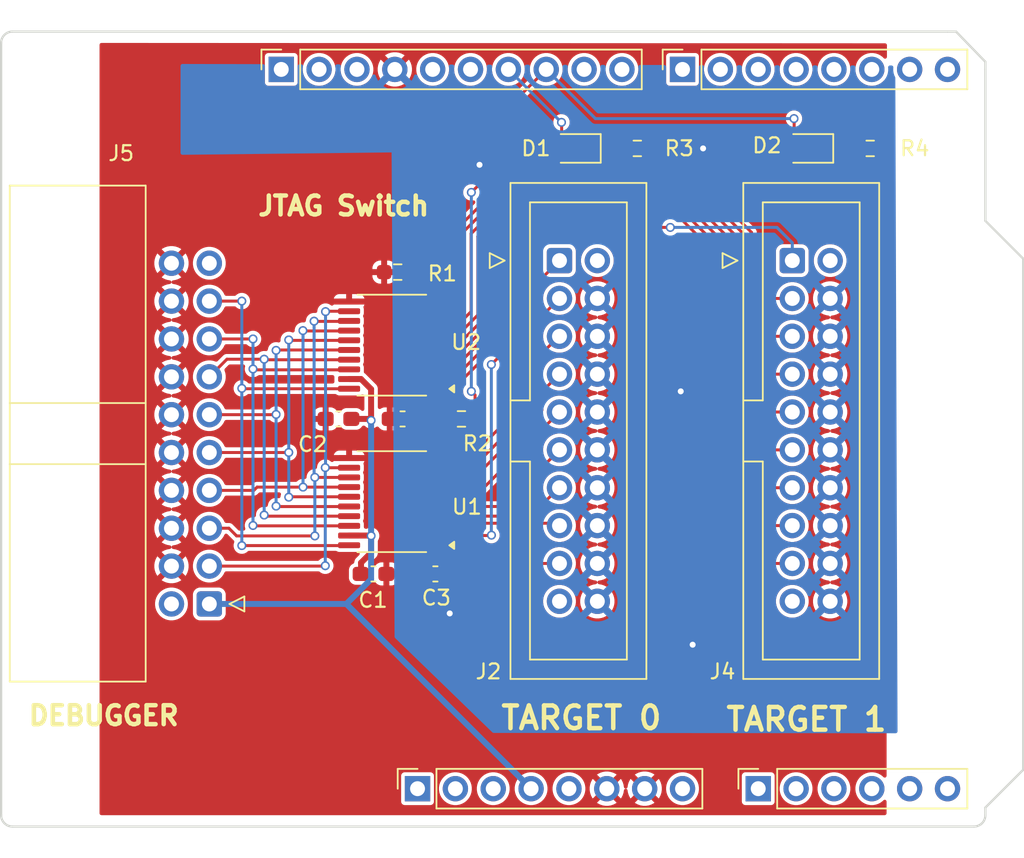
<source format=kicad_pcb>
(kicad_pcb (version 20241229) (generator "pcbnew") (generator_version "9.0")
  (title_block (date "mar. 31 mars 2015") (comment 4 "AISLER Project ID: CPALPPHF"))
  (layers (0 "F.Cu" signal) (2 "B.Cu" signal) (13 "F.Paste" user) (15 "B.Paste" user) (5 "F.SilkS" user "F.Silkscreen") (7 "B.SilkS" user "B.Silkscreen") (1 "F.Mask" user) (3 "B.Mask" user) (25 "Edge.Cuts" user))
  (net 0 "")
  (net 1 "GND")
  (net 2 "Net-(J2-TDO{slash}SWO)")
  (net 3 "+5V")
  (net 4 "/IOREF")
  (net 5 "/A0")
  (net 6 "/A1")
  (net 7 "/A2")
  (net 8 "/A3")
  (net 9 "/SDA{slash}A4")
  (net 10 "/SCL{slash}A5")
  (net 11 "/13")
  (net 12 "/12")
  (net 13 "/AREF")
  (net 14 "/7")
  (net 15 "/*11")
  (net 16 "/*10")
  (net 17 "/4")
  (net 18 "/2")
  (net 19 "/*6")
  (net 20 "/*5")
  (net 21 "/*3")
  (net 22 "+3V3")
  (net 23 "VCC")
  (net 24 "/~{RESET}")
  (net 28 "Net-(J2-TMS{slash}SWDIO)")
  (net 29 "Net-(J2-~{SRST})")
  (net 30 "Net-(J5-TDI)")
  (net 31 "Net-(J5-TCK{slash}SWCLK)")
  (net 32 "Net-(J5-TDO{slash}SWO)")
  (net 33 "Net-(J5-TMS{slash}SWDIO)")
  (net 34 "Net-(J5-~{TRST})")
  (net 35 "Net-(J5-DBGRQ{slash}NC)")
  (net 36 "Net-(J5-RTCK)")
  (net 37 "Net-(J5-~{SRST})")
  (net 38 "Net-(J2-VTREF)")
  (net 39 "Net-(J2-TDI)")
  (net 40 "Net-(J2-DBGRQ{slash}NC)")
  (net 41 "Net-(J2-TCK{slash}SWCLK)")
  (net 42 "Net-(J2-~{TRST})")
  (net 43 "Net-(J2-RTCK)")
  (net 45 "Net-(J4-RTCK)")
  (net 46 "Net-(J4-TDO{slash}SWO)")
  (net 47 "Net-(J4-DBGRQ{slash}NC)")
  (net 48 "Net-(J4-~{SRST})")
  (net 49 "Net-(J4-VTREF)")
  (net 51 "Net-(J4-~{TRST})")
  (net 53 "Net-(J4-TMS{slash}SWDIO)")
  (net 54 "Net-(J4-TCK{slash}SWCLK)")
  (net 55 "Net-(J4-TDI)")
  (net 56 "/A5")
  (net 57 "/A4")
  (net 58 "Net-(D1-K)")
  (net 59 "Net-(D2-K)")
  (net 61 "/RX{slash}0")
  (net 62 "/TX{slash}1")
  (net 63 "/*9")
  (net 64 "/8")
  (footprint "Connector_PinSocket_2.54mm:PinSocket_1x08_P2.54mm_Vertical" (layer "F.Cu") (at 127.94 97.46 90)
    (property "Reference" "J6" (hide yes))
    (property "Value" "Power")
    (pad "1" thru_hole rect (at 0 0 90) (size 1.7 1.7) (drill 1) (layers "*.Cu" "*.Mask"))
    (pad "2" thru_hole circle (at 0 2.54 90) (size 1.7 1.7) (drill 1) (layers "*.Cu" "*.Mask") (net 4 "/IOREF"))
    (pad "3" thru_hole circle (at 0 5.08 90) (size 1.7 1.7) (drill 1) (layers "*.Cu" "*.Mask") (net 24 "/~{RESET}"))
    (pad "4" thru_hole circle (at 0 7.62 90) (size 1.7 1.7) (drill 1) (layers "*.Cu" "*.Mask") (net 22 "+3V3"))
    (pad "5" thru_hole circle (at 0 10.16 90) (size 1.7 1.7) (drill 1) (layers "*.Cu" "*.Mask") (net 3 "+5V"))
    (pad "6" thru_hole circle (at 0 12.7 90) (size 1.7 1.7) (drill 1) (layers "*.Cu" "*.Mask") (net 1 "GND"))
    (pad "7" thru_hole circle (at 0 15.24 90) (size 1.7 1.7) (drill 1) (layers "*.Cu" "*.Mask") (net 1 "GND"))
    (pad "8" thru_hole circle (at 0 17.78 90) (size 1.7 1.7) (drill 1) (layers "*.Cu" "*.Mask") (net 23 "VCC"))
  )
  (footprint "Connector_PinSocket_2.54mm:PinSocket_1x06_P2.54mm_Vertical" (layer "F.Cu") (at 150.8 97.46 90)
    (property "Reference" "J7" (hide yes))
    (property "Value" "Analog")
    (pad "1" thru_hole rect (at 0 0 90) (size 1.7 1.7) (drill 1) (layers "*.Cu" "*.Mask") (net 5 "/A0"))
    (pad "2" thru_hole circle (at 0 2.54 90) (size 1.7 1.7) (drill 1) (layers "*.Cu" "*.Mask") (net 6 "/A1"))
    (pad "3" thru_hole circle (at 0 5.08 90) (size 1.7 1.7) (drill 1) (layers "*.Cu" "*.Mask") (net 7 "/A2"))
    (pad "4" thru_hole circle (at 0 7.62 90) (size 1.7 1.7) (drill 1) (layers "*.Cu" "*.Mask") (net 8 "/A3"))
    (pad "5" thru_hole circle (at 0 10.16 90) (size 1.7 1.7) (drill 1) (layers "*.Cu" "*.Mask") (net 57 "/A4"))
    (pad "6" thru_hole circle (at 0 12.7 90) (size 1.7 1.7) (drill 1) (layers "*.Cu" "*.Mask") (net 56 "/A5"))
  )
  (footprint "Connector_PinSocket_2.54mm:PinSocket_1x10_P2.54mm_Vertical" (layer "F.Cu") (at 118.796 49.2 90)
    (property "Reference" "J1" (hide yes))
    (property "Value" "Digital/PWM")
    (pad "1" thru_hole rect (at 0 0 90) (size 1.7 1.7) (drill 1) (layers "*.Cu" "*.Mask") (net 10 "/SCL{slash}A5"))
    (pad "2" thru_hole circle (at 0 2.54 90) (size 1.7 1.7) (drill 1) (layers "*.Cu" "*.Mask") (net 9 "/SDA{slash}A4"))
    (pad "3" thru_hole circle (at 0 5.08 90) (size 1.7 1.7) (drill 1) (layers "*.Cu" "*.Mask") (net 13 "/AREF"))
    (pad "4" thru_hole circle (at 0 7.62 90) (size 1.7 1.7) (drill 1) (layers "*.Cu" "*.Mask") (net 1 "GND"))
    (pad "5" thru_hole circle (at 0 10.16 90) (size 1.7 1.7) (drill 1) (layers "*.Cu" "*.Mask") (net 11 "/13"))
    (pad "6" thru_hole circle (at 0 12.7 90) (size 1.7 1.7) (drill 1) (layers "*.Cu" "*.Mask") (net 12 "/12"))
    (pad "7" thru_hole circle (at 0 15.24 90) (size 1.7 1.7) (drill 1) (layers "*.Cu" "*.Mask") (net 15 "/*11"))
    (pad "8" thru_hole circle (at 0 17.78 90) (size 1.7 1.7) (drill 1) (layers "*.Cu" "*.Mask") (net 16 "/*10"))
    (pad "9" thru_hole circle (at 0 20.32 90) (size 1.7 1.7) (drill 1) (layers "*.Cu" "*.Mask") (net 63 "/*9"))
    (pad "10" thru_hole circle (at 0 22.86 90) (size 1.7 1.7) (drill 1) (layers "*.Cu" "*.Mask") (net 64 "/8"))
  )
  (footprint "Connector_PinSocket_2.54mm:PinSocket_1x08_P2.54mm_Vertical" (layer "F.Cu") (at 145.72 49.2 90)
    (property "Reference" "J3" (hide yes))
    (property "Value" "Digital/PWM")
    (pad "1" thru_hole rect (at 0 0 90) (size 1.7 1.7) (drill 1) (layers "*.Cu" "*.Mask") (net 14 "/7"))
    (pad "2" thru_hole circle (at 0 2.54 90) (size 1.7 1.7) (drill 1) (layers "*.Cu" "*.Mask") (net 19 "/*6"))
    (pad "3" thru_hole circle (at 0 5.08 90) (size 1.7 1.7) (drill 1) (layers "*.Cu" "*.Mask") (net 20 "/*5"))
    (pad "4" thru_hole circle (at 0 7.62 90) (size 1.7 1.7) (drill 1) (layers "*.Cu" "*.Mask") (net 17 "/4"))
    (pad "5" thru_hole circle (at 0 10.16 90) (size 1.7 1.7) (drill 1) (layers "*.Cu" "*.Mask") (net 21 "/*3"))
    (pad "6" thru_hole circle (at 0 12.7 90) (size 1.7 1.7) (drill 1) (layers "*.Cu" "*.Mask") (net 18 "/2"))
    (pad "7" thru_hole circle (at 0 15.24 90) (size 1.7 1.7) (drill 1) (layers "*.Cu" "*.Mask") (net 62 "/TX{slash}1"))
    (pad "8" thru_hole circle (at 0 17.78 90) (size 1.7 1.7) (drill 1) (layers "*.Cu" "*.Mask") (net 61 "/RX{slash}0"))
  )
  (footprint "LED_SMD:LED_0805_2012Metric" (layer "F.Cu") (at 154.1475 54.5 180)
    (property "Reference" "D2" (at 2.7625 0.2 0) (layer "F.SilkS"))
    (property "Value" "RED")
    (pad "1" smd roundrect (at -0.9375 0 180) (size 0.975 1.4) (layers "F.Cu" "F.Mask" "F.Paste") (net 59 "Net-(D2-K)"))
    (pad "2" smd roundrect (at 0.9375 0 180) (size 0.975 1.4) (layers "F.Cu" "F.Mask" "F.Paste") (net 16 "/*10"))
  )
  (footprint "Capacitor_SMD:C_0603_1608Metric_Pad1.08x0.95mm_HandSolder" (layer "F.Cu") (at 122.6375 72.65)
    (property "Reference" "C2" (at -1.7375 1.7 0) (layer "F.SilkS"))
    (property "Value" "100n")
    (pad "1" smd roundrect (at -0.8625 0) (size 1.075 0.95) (layers "F.Cu" "F.Mask" "F.Paste") (net 1 "GND"))
    (pad "2" smd roundrect (at 0.8625 0) (size 1.075 0.95) (layers "F.Cu" "F.Mask" "F.Paste") (net 22 "+3V3"))
  )
  (footprint "Resistor_SMD:R_0603_1608Metric_Pad0.98x0.95mm_HandSolder" (layer "F.Cu") (at 158.3125 54.5 180)
    (property "Reference" "R4" (at -2.9875 0 180) (layer "F.SilkS"))
    (property "Value" "220R")
    (pad "1" smd roundrect (at -0.9125 0 180) (size 0.975 0.95) (layers "F.Cu" "F.Mask" "F.Paste") (net 1 "GND"))
    (pad "2" smd roundrect (at 0.9125 0 180) (size 0.975 0.95) (layers "F.Cu" "F.Mask" "F.Paste") (net 59 "Net-(D2-K)"))
  )
  (footprint "Resistor_SMD:R_0603_1608Metric_Pad0.98x0.95mm_HandSolder" (layer "F.Cu") (at 126.6125 62.8 180)
    (property "Reference" "R1" (at -2.9875 -0.1 180) (layer "F.SilkS"))
    (property "Value" "10k")
    (pad "1" smd roundrect (at -0.9125 0 180) (size 0.975 0.95) (layers "F.Cu" "F.Mask" "F.Paste") (net 16 "/*10"))
    (pad "2" smd roundrect (at 0.9125 0 180) (size 0.975 0.95) (layers "F.Cu" "F.Mask" "F.Paste") (net 1 "GND"))
  )
  (footprint "Connector_IDC:IDC-Header_2x10_P2.54mm_Horizontal" (layer "F.Cu") (at 113.97 85.0648 180)
    (property "Reference" "J5" (at 5.912 30.236 180) (layer "F.SilkS"))
    (property "Value" "Conn_ARM_JTAG_SWD_20" (hide yes))
    (pad "1" thru_hole roundrect (at 0 0 180) (size 1.7 1.7) (drill 1) (layers "*.Cu" "*.Mask") (roundrect_rratio 0.147059) (net 22 "+3V3"))
    (pad "2" thru_hole circle (at 2.54 0 180) (size 1.7 1.7) (drill 1) (layers "*.Cu" "*.Mask"))
    (pad "3" thru_hole circle (at 0 2.54 180) (size 1.7 1.7) (drill 1) (layers "*.Cu" "*.Mask") (net 34 "Net-(J5-~{TRST})"))
    (pad "4" thru_hole circle (at 2.54 2.54 180) (size 1.7 1.7) (drill 1) (layers "*.Cu" "*.Mask") (net 1 "GND"))
    (pad "5" thru_hole circle (at 0 5.08 180) (size 1.7 1.7) (drill 1) (layers "*.Cu" "*.Mask") (net 30 "Net-(J5-TDI)"))
    (pad "6" thru_hole circle (at 2.54 5.08 180) (size 1.7 1.7) (drill 1) (layers "*.Cu" "*.Mask") (net 1 "GND"))
    (pad "7" thru_hole circle (at 0 7.62 180) (size 1.7 1.7) (drill 1) (layers "*.Cu" "*.Mask") (net 33 "Net-(J5-TMS{slash}SWDIO)"))
    (pad "8" thru_hole circle (at 2.54 7.62 180) (size 1.7 1.7) (drill 1) (layers "*.Cu" "*.Mask") (net 1 "GND"))
    (pad "9" thru_hole circle (at 0 10.16 180) (size 1.7 1.7) (drill 1) (layers "*.Cu" "*.Mask") (net 31 "Net-(J5-TCK{slash}SWCLK)"))
    (pad "10" thru_hole circle (at 2.54 10.16 180) (size 1.7 1.7) (drill 1) (layers "*.Cu" "*.Mask") (net 1 "GND"))
    (pad "11" thru_hole circle (at 0 12.7 180) (size 1.7 1.7) (drill 1) (layers "*.Cu" "*.Mask") (net 36 "Net-(J5-RTCK)"))
    (pad "12" thru_hole circle (at 2.54 12.7 180) (size 1.7 1.7) (drill 1) (layers "*.Cu" "*.Mask") (net 1 "GND"))
    (pad "13" thru_hole circle (at 0 15.24 180) (size 1.7 1.7) (drill 1) (layers "*.Cu" "*.Mask") (net 32 "Net-(J5-TDO{slash}SWO)"))
    (pad "14" thru_hole circle (at 2.54 15.24 180) (size 1.7 1.7) (drill 1) (layers "*.Cu" "*.Mask") (net 1 "GND"))
    (pad "15" thru_hole circle (at 0 17.78 180) (size 1.7 1.7) (drill 1) (layers "*.Cu" "*.Mask") (net 37 "Net-(J5-~{SRST})"))
    (pad "16" thru_hole circle (at 2.54 17.78 180) (size 1.7 1.7) (drill 1) (layers "*.Cu" "*.Mask") (net 1 "GND"))
    (pad "17" thru_hole circle (at 0 20.32 180) (size 1.7 1.7) (drill 1) (layers "*.Cu" "*.Mask") (net 35 "Net-(J5-DBGRQ{slash}NC)"))
    (pad "18" thru_hole circle (at 2.54 20.32 180) (size 1.7 1.7) (drill 1) (layers "*.Cu" "*.Mask") (net 1 "GND"))
    (pad "19" thru_hole circle (at 0 22.86 180) (size 1.7 1.7) (drill 1) (layers "*.Cu" "*.Mask"))
    (pad "20" thru_hole circle (at 2.54 22.86 180) (size 1.7 1.7) (drill 1) (layers "*.Cu" "*.Mask") (net 1 "GND"))
  )
  (footprint "Capacitor_SMD:C_0603_1608Metric_Pad1.08x0.95mm_HandSolder" (layer "F.Cu") (at 124.9875 83.05)
    (property "Reference" "C1" (at -0.0375 1.75 0) (layer "F.SilkS"))
    (property "Value" "100n")
    (pad "1" smd roundrect (at -0.8625 0) (size 1.075 0.95) (layers "F.Cu" "F.Mask" "F.Paste") (net 22 "+3V3"))
    (pad "2" smd roundrect (at 0.8625 0) (size 1.075 0.95) (layers "F.Cu" "F.Mask" "F.Paste") (net 1 "GND"))
  )
  (footprint "Resistor_SMD:R_0603_1608Metric_Pad0.98x0.95mm_HandSolder" (layer "F.Cu") (at 142.6875 54.5 180)
    (property "Reference" "R3" (at -2.8125 0 180) (layer "F.SilkS"))
    (property "Value" "220R")
    (pad "1" smd roundrect (at -0.9125 0 180) (size 0.975 0.95) (layers "F.Cu" "F.Mask" "F.Paste") (net 1 "GND"))
    (pad "2" smd roundrect (at 0.9125 0 180) (size 0.975 0.95) (layers "F.Cu" "F.Mask" "F.Paste") (net 58 "Net-(D1-K)"))
  )
  (footprint "Package_SO:TSSOP-20_4.4x6.5mm_P0.65mm" (layer "F.Cu") (at 126.2125 78.2 180)
    (property "Reference" "U1" (at -5.0375 -0.35 0) (layer "F.SilkS"))
    (property "Value" "TXS0108EPW" (hide yes))
    (pad "1" smd roundrect (at -2.8625 -2.925 180) (size 1.475 0.4) (layers "F.Cu" "F.Mask" "F.Paste") (net 40 "Net-(J2-DBGRQ{slash}NC)"))
    (pad "2" smd roundrect (at -2.8625 -2.275 180) (size 1.475 0.4) (layers "F.Cu" "F.Mask" "F.Paste") (net 38 "Net-(J2-VTREF)"))
    (pad "3" smd roundrect (at -2.8625 -1.625 180) (size 1.475 0.4) (layers "F.Cu" "F.Mask" "F.Paste") (net 29 "Net-(J2-~{SRST})"))
    (pad "4" smd roundrect (at -2.8625 -0.975 180) (size 1.475 0.4) (layers "F.Cu" "F.Mask" "F.Paste") (net 2 "Net-(J2-TDO{slash}SWO)"))
    (pad "5" smd roundrect (at -2.8625 -0.325 180) (size 1.475 0.4) (layers "F.Cu" "F.Mask" "F.Paste") (net 43 "Net-(J2-RTCK)"))
    (pad "6" smd roundrect (at -2.8625 0.325 180) (size 1.475 0.4) (layers "F.Cu" "F.Mask" "F.Paste") (net 41 "Net-(J2-TCK{slash}SWCLK)"))
    (pad "7" smd roundrect (at -2.8625 0.975 180) (size 1.475 0.4) (layers "F.Cu" "F.Mask" "F.Paste") (net 28 "Net-(J2-TMS{slash}SWDIO)"))
    (pad "8" smd roundrect (at -2.8625 1.625 180) (size 1.475 0.4) (layers "F.Cu" "F.Mask" "F.Paste") (net 39 "Net-(J2-TDI)"))
    (pad "9" smd roundrect (at -2.8625 2.275 180) (size 1.475 0.4) (layers "F.Cu" "F.Mask" "F.Paste") (net 42 "Net-(J2-~{TRST})"))
    (pad "10" smd roundrect (at -2.8625 2.925 180) (size 1.475 0.4) (layers "F.Cu" "F.Mask" "F.Paste") (net 15 "/*11"))
    (pad "11" smd roundrect (at 2.8625 2.925 180) (size 1.475 0.4) (layers "F.Cu" "F.Mask" "F.Paste") (net 1 "GND"))
    (pad "12" smd roundrect (at 2.8625 2.275 180) (size 1.475 0.4) (layers "F.Cu" "F.Mask" "F.Paste") (net 34 "Net-(J5-~{TRST})"))
    (pad "13" smd roundrect (at 2.8625 1.625 180) (size 1.475 0.4) (layers "F.Cu" "F.Mask" "F.Paste") (net 30 "Net-(J5-TDI)"))
    (pad "14" smd roundrect (at 2.8625 0.975 180) (size 1.475 0.4) (layers "F.Cu" "F.Mask" "F.Paste") (net 33 "Net-(J5-TMS{slash}SWDIO)"))
    (pad "15" smd roundrect (at 2.8625 0.325 180) (size 1.475 0.4) (layers "F.Cu" "F.Mask" "F.Paste") (net 31 "Net-(J5-TCK{slash}SWCLK)"))
    (pad "16" smd roundrect (at 2.8625 -0.325 180) (size 1.475 0.4) (layers "F.Cu" "F.Mask" "F.Paste") (net 36 "Net-(J5-RTCK)"))
    (pad "17" smd roundrect (at 2.8625 -0.975 180) (size 1.475 0.4) (layers "F.Cu" "F.Mask" "F.Paste") (net 32 "Net-(J5-TDO{slash}SWO)"))
    (pad "18" smd roundrect (at 2.8625 -1.625 180) (size 1.475 0.4) (layers "F.Cu" "F.Mask" "F.Paste") (net 37 "Net-(J5-~{SRST})"))
    (pad "19" smd roundrect (at 2.8625 -2.275 180) (size 1.475 0.4) (layers "F.Cu" "F.Mask" "F.Paste") (net 22 "+3V3"))
    (pad "20" smd roundrect (at 2.8625 -2.925 180) (size 1.475 0.4) (layers "F.Cu" "F.Mask" "F.Paste") (net 35 "Net-(J5-DBGRQ{slash}NC)"))
  )
  (footprint "Capacitor_SMD:C_0603_1608Metric_Pad1.08x0.95mm_HandSolder" (layer "F.Cu") (at 129.1375 83.05)
    (property "Reference" "C3" (at 0.0625 1.6 0) (layer "F.SilkS"))
    (property "Value" "100n")
    (pad "1" smd roundrect (at -0.8625 0) (size 1.075 0.95) (layers "F.Cu" "F.Mask" "F.Paste") (net 38 "Net-(J2-VTREF)"))
    (pad "2" smd roundrect (at 0.8625 0) (size 1.075 0.95) (layers "F.Cu" "F.Mask" "F.Paste") (net 1 "GND"))
  )
  (footprint "Connector_IDC:IDC-Header_2x10_P2.54mm_Vertical" (layer "F.Cu") (at 153.086 62.027)
    (property "Reference" "J4" (at -4.686 27.573 0) (layer "F.SilkS"))
    (property "Value" "Conn_ARM_JTAG_SWD_20" (hide yes))
    (pad "1" thru_hole roundrect (at 0 0) (size 1.7 1.7) (drill 1) (layers "*.Cu" "*.Mask") (roundrect_rratio 0.147059) (net 49 "Net-(J4-VTREF)"))
    (pad "2" thru_hole circle (at 2.54 0) (size 1.7 1.7) (drill 1) (layers "*.Cu" "*.Mask"))
    (pad "3" thru_hole circle (at 0 2.54) (size 1.7 1.7) (drill 1) (layers "*.Cu" "*.Mask") (net 51 "Net-(J4-~{TRST})"))
    (pad "4" thru_hole circle (at 2.54 2.54) (size 1.7 1.7) (drill 1) (layers "*.Cu" "*.Mask") (net 1 "GND"))
    (pad "5" thru_hole circle (at 0 5.08) (size 1.7 1.7) (drill 1) (layers "*.Cu" "*.Mask") (net 55 "Net-(J4-TDI)"))
    (pad "6" thru_hole circle (at 2.54 5.08) (size 1.7 1.7) (drill 1) (layers "*.Cu" "*.Mask") (net 1 "GND"))
    (pad "7" thru_hole circle (at 0 7.62) (size 1.7 1.7) (drill 1) (layers "*.Cu" "*.Mask") (net 53 "Net-(J4-TMS{slash}SWDIO)"))
    (pad "8" thru_hole circle (at 2.54 7.62) (size 1.7 1.7) (drill 1) (layers "*.Cu" "*.Mask") (net 1 "GND"))
    (pad "9" thru_hole circle (at 0 10.16) (size 1.7 1.7) (drill 1) (layers "*.Cu" "*.Mask") (net 54 "Net-(J4-TCK{slash}SWCLK)"))
    (pad "10" thru_hole circle (at 2.54 10.16) (size 1.7 1.7) (drill 1) (layers "*.Cu" "*.Mask") (net 1 "GND"))
    (pad "11" thru_hole circle (at 0 12.7) (size 1.7 1.7) (drill 1) (layers "*.Cu" "*.Mask") (net 45 "Net-(J4-RTCK)"))
    (pad "12" thru_hole circle (at 2.54 12.7) (size 1.7 1.7) (drill 1) (layers "*.Cu" "*.Mask") (net 1 "GND"))
    (pad "13" thru_hole circle (at 0 15.24) (size 1.7 1.7) (drill 1) (layers "*.Cu" "*.Mask") (net 46 "Net-(J4-TDO{slash}SWO)"))
    (pad "14" thru_hole circle (at 2.54 15.24) (size 1.7 1.7) (drill 1) (layers "*.Cu" "*.Mask") (net 1 "GND"))
    (pad "15" thru_hole circle (at 0 17.78) (size 1.7 1.7) (drill 1) (layers "*.Cu" "*.Mask") (net 48 "Net-(J4-~{SRST})"))
    (pad "16" thru_hole circle (at 2.54 17.78) (size 1.7 1.7) (drill 1) (layers "*.Cu" "*.Mask") (net 1 "GND"))
    (pad "17" thru_hole circle (at 0 20.32) (size 1.7 1.7) (drill 1) (layers "*.Cu" "*.Mask") (net 47 "Net-(J4-DBGRQ{slash}NC)"))
    (pad "18" thru_hole circle (at 2.54 20.32) (size 1.7 1.7) (drill 1) (layers "*.Cu" "*.Mask") (net 1 "GND"))
    (pad "19" thru_hole circle (at 0 22.86) (size 1.7 1.7) (drill 1) (layers "*.Cu" "*.Mask"))
    (pad "20" thru_hole circle (at 2.54 22.86) (size 1.7 1.7) (drill 1) (layers "*.Cu" "*.Mask") (net 1 "GND"))
  )
  (footprint "Capacitor_SMD:C_0603_1608Metric_Pad1.08x0.95mm_HandSolder" (layer "F.Cu") (at 126.9375 72.65)
    (property "Reference" "C4" (hide yes))
    (property "Value" "100n")
    (pad "1" smd roundrect (at -0.8625 0) (size 1.075 0.95) (layers "F.Cu" "F.Mask" "F.Paste") (net 1 "GND"))
    (pad "2" smd roundrect (at 0.8625 0) (size 1.075 0.95) (layers "F.Cu" "F.Mask" "F.Paste") (net 49 "Net-(J4-VTREF)"))
  )
  (footprint "LED_SMD:LED_0805_2012Metric" (layer "F.Cu") (at 138.5475 54.5 180)
    (property "Reference" "D1" (at 2.6625 0 0) (layer "F.SilkS"))
    (property "Value" "RED")
    (pad "1" smd roundrect (at -0.9375 0 180) (size 0.975 1.4) (layers "F.Cu" "F.Mask" "F.Paste") (net 58 "Net-(D1-K)"))
    (pad "2" smd roundrect (at 0.9375 0 180) (size 0.975 1.4) (layers "F.Cu" "F.Mask" "F.Paste") (net 15 "/*11"))
  )
  (footprint "Package_SO:TSSOP-20_4.4x6.5mm_P0.65mm" (layer "F.Cu") (at 126.2125 67.7 180)
    (property "Reference" "U2" (at -4.9875 0.2 0) (layer "F.SilkS"))
    (property "Value" "TXS0108EPW" (hide yes))
    (pad "1" smd roundrect (at -2.8625 -2.925 180) (size 1.475 0.4) (layers "F.Cu" "F.Mask" "F.Paste") (net 47 "Net-(J4-DBGRQ{slash}NC)"))
    (pad "2" smd roundrect (at -2.8625 -2.275 180) (size 1.475 0.4) (layers "F.Cu" "F.Mask" "F.Paste") (net 49 "Net-(J4-VTREF)"))
    (pad "3" smd roundrect (at -2.8625 -1.625 180) (size 1.475 0.4) (layers "F.Cu" "F.Mask" "F.Paste") (net 48 "Net-(J4-~{SRST})"))
    (pad "4" smd roundrect (at -2.8625 -0.975 180) (size 1.475 0.4) (layers "F.Cu" "F.Mask" "F.Paste") (net 46 "Net-(J4-TDO{slash}SWO)"))
    (pad "5" smd roundrect (at -2.8625 -0.325 180) (size 1.475 0.4) (layers "F.Cu" "F.Mask" "F.Paste") (net 45 "Net-(J4-RTCK)"))
    (pad "6" smd roundrect (at -2.8625 0.325 180) (size 1.475 0.4) (layers "F.Cu" "F.Mask" "F.Paste") (net 54 "Net-(J4-TCK{slash}SWCLK)"))
    (pad "7" smd roundrect (at -2.8625 0.975 180) (size 1.475 0.4) (layers "F.Cu" "F.Mask" "F.Paste") (net 53 "Net-(J4-TMS{slash}SWDIO)"))
    (pad "8" smd roundrect (at -2.8625 1.625 180) (size 1.475 0.4) (layers "F.Cu" "F.Mask" "F.Paste") (net 55 "Net-(J4-TDI)"))
    (pad "9" smd roundrect (at -2.8625 2.275 180) (size 1.475 0.4) (layers "F.Cu" "F.Mask" "F.Paste") (net 51 "Net-(J4-~{TRST})"))
    (pad "10" smd roundrect (at -2.8625 2.925 180) (size 1.475 0.4) (layers "F.Cu" "F.Mask" "F.Paste") (net 16 "/*10"))
    (pad "11" smd roundrect (at 2.8625 2.925 180) (size 1.475 0.4) (layers "F.Cu" "F.Mask" "F.Paste") (net 1 "GND"))
    (pad "12" smd roundrect (at 2.8625 2.275 180) (size 1.475 0.4) (layers "F.Cu" "F.Mask" "F.Paste") (net 34 "Net-(J5-~{TRST})"))
    (pad "13" smd roundrect (at 2.8625 1.625 180) (size 1.475 0.4) (layers "F.Cu" "F.Mask" "F.Paste") (net 30 "Net-(J5-TDI)"))
    (pad "14" smd roundrect (at 2.8625 0.975 180) (size 1.475 0.4) (layers "F.Cu" "F.Mask" "F.Paste") (net 33 "Net-(J5-TMS{slash}SWDIO)"))
    (pad "15" smd roundrect (at 2.8625 0.325 180) (size 1.475 0.4) (layers "F.Cu" "F.Mask" "F.Paste") (net 31 "Net-(J5-TCK{slash}SWCLK)"))
    (pad "16" smd roundrect (at 2.8625 -0.325 180) (size 1.475 0.4) (layers "F.Cu" "F.Mask" "F.Paste") (net 36 "Net-(J5-RTCK)"))
    (pad "17" smd roundrect (at 2.8625 -0.975 180) (size 1.475 0.4) (layers "F.Cu" "F.Mask" "F.Paste") (net 32 "Net-(J5-TDO{slash}SWO)"))
    (pad "18" smd roundrect (at 2.8625 -1.625 180) (size 1.475 0.4) (layers "F.Cu" "F.Mask" "F.Paste") (net 37 "Net-(J5-~{SRST})"))
    (pad "19" smd roundrect (at 2.8625 -2.275 180) (size 1.475 0.4) (layers "F.Cu" "F.Mask" "F.Paste") (net 22 "+3V3"))
    (pad "20" smd roundrect (at 2.8625 -2.925 180) (size 1.475 0.4) (layers "F.Cu" "F.Mask" "F.Paste") (net 35 "Net-(J5-DBGRQ{slash}NC)"))
  )
  (footprint "Resistor_SMD:R_0603_1608Metric_Pad0.98x0.95mm_HandSolder" (layer "F.Cu") (at 130.8875 72.65 180)
    (property "Reference" "R2" (at -1.0625 -1.65 0) (layer "F.SilkS"))
    (property "Value" "10k")
    (pad "1" smd roundrect (at -0.9125 0 180) (size 0.975 0.95) (layers "F.Cu" "F.Mask" "F.Paste") (net 15 "/*11"))
    (pad "2" smd roundrect (at 0.9125 0 180) (size 0.975 0.95) (layers "F.Cu" "F.Mask" "F.Paste") (net 1 "GND"))
  )
  (footprint "Connector_IDC:IDC-Header_2x10_P2.54mm_Vertical" (layer "F.Cu") (at 137.465 62.027)
    (property "Reference" "J2" (at -4.765 27.573 0) (layer "F.SilkS"))
    (property "Value" "Conn_ARM_JTAG_SWD_20" (hide yes))
    (pad "1" thru_hole roundrect (at 0 0) (size 1.7 1.7) (drill 1) (layers "*.Cu" "*.Mask") (roundrect_rratio 0.147059) (net 38 "Net-(J2-VTREF)"))
    (pad "2" thru_hole circle (at 2.54 0) (size 1.7 1.7) (drill 1) (layers "*.Cu" "*.Mask"))
    (pad "3" thru_hole circle (at 0 2.54) (size 1.7 1.7) (drill 1) (layers "*.Cu" "*.Mask") (net 42 "Net-(J2-~{TRST})"))
    (pad "4" thru_hole circle (at 2.54 2.54) (size 1.7 1.7) (drill 1) (layers "*.Cu" "*.Mask") (net 1 "GND"))
    (pad "5" thru_hole circle (at 0 5.08) (size 1.7 1.7) (drill 1) (layers "*.Cu" "*.Mask") (net 39 "Net-(J2-TDI)"))
    (pad "6" thru_hole circle (at 2.54 5.08) (size 1.7 1.7) (drill 1) (layers "*.Cu" "*.Mask") (net 1 "GND"))
    (pad "7" thru_hole circle (at 0 7.62) (size 1.7 1.7) (drill 1) (layers "*.Cu" "*.Mask") (net 28 "Net-(J2-TMS{slash}SWDIO)"))
    (pad "8" thru_hole circle (at 2.54 7.62) (size 1.7 1.7) (drill 1) (layers "*.Cu" "*.Mask") (net 1 "GND"))
    (pad "9" thru_hole circle (at 0 10.16) (size 1.7 1.7) (drill 1) (layers "*.Cu" "*.Mask") (net 41 "Net-(J2-TCK{slash}SWCLK)"))
    (pad "10" thru_hole circle (at 2.54 10.16) (size 1.7 1.7) (drill 1) (layers "*.Cu" "*.Mask") (net 1 "GND"))
    (pad "11" thru_hole circle (at 0 12.7) (size 1.7 1.7) (drill 1) (layers "*.Cu" "*.Mask") (net 43 "Net-(J2-RTCK)"))
    (pad "12" thru_hole circle (at 2.54 12.7) (size 1.7 1.7) (drill 1) (layers "*.Cu" "*.Mask") (net 1 "GND"))
    (pad "13" thru_hole circle (at 0 15.24) (size 1.7 1.7) (drill 1) (layers "*.Cu" "*.Mask") (net 2 "Net-(J2-TDO{slash}SWO)"))
    (pad "14" thru_hole circle (at 2.54 15.24) (size 1.7 1.7) (drill 1) (layers "*.Cu" "*.Mask") (net 1 "GND"))
    (pad "15" thru_hole circle (at 0 17.78) (size 1.7 1.7) (drill 1) (layers "*.Cu" "*.Mask") (net 29 "Net-(J2-~{SRST})"))
    (pad "16" thru_hole circle (at 2.54 17.78) (size 1.7 1.7) (drill 1) (layers "*.Cu" "*.Mask") (net 1 "GND"))
    (pad "17" thru_hole circle (at 0 20.32) (size 1.7 1.7) (drill 1) (layers "*.Cu" "*.Mask") (net 40 "Net-(J2-DBGRQ{slash}NC)"))
    (pad "18" thru_hole circle (at 2.54 20.32) (size 1.7 1.7) (drill 1) (layers "*.Cu" "*.Mask") (net 1 "GND"))
    (pad "19" thru_hole circle (at 0 22.86) (size 1.7 1.7) (drill 1) (layers "*.Cu" "*.Mask"))
    (pad "20" thru_hole circle (at 2.54 22.86) (size 1.7 1.7) (drill 1) (layers "*.Cu" "*.Mask") (net 1 "GND"))
  )
  (gr_line (start 166.04 59.36) (end 168.58 61.9) (stroke (width 0.15)) (layer "Edge.Cuts"))
  (gr_line (start 100 99.238) (end 100 47.422) (stroke (width 0.15)) (layer "Edge.Cuts"))
  (gr_line (start 168.58 61.9) (end 168.58 96.19) (stroke (width 0.15)) (layer "Edge.Cuts"))
  (gr_line (start 165.278 100) (end 100.762 100) (stroke (width 0.15)) (layer "Edge.Cuts"))
  (gr_line (start 100.762 46.66) (end 163.5 46.66) (stroke (width 0.15)) (layer "Edge.Cuts"))
  (gr_arc (start 100.762 100) (mid 100.223185 99.776815) (end 100 99.238) (stroke (width 0.15)) (layer "Edge.Cuts"))
  (gr_line (start 164.07 46.66) (end 166.04 48.69) (stroke (width 0.15)) (layer "Edge.Cuts"))
  (gr_line (start 168.58 96.19) (end 166.04 98.73) (stroke (width 0.15)) (layer "Edge.Cuts"))
  (gr_line (start 163.5 46.66) (end 164.07 46.66) (stroke (width 0.15)) (layer "Edge.Cuts"))
  (gr_arc (start 166.04 99.238) (mid 165.816815 99.776815) (end 165.278 100) (stroke (width 0.15)) (layer "Edge.Cuts"))
  (gr_line (start 166.04 49.2) (end 166.04 59.36) (stroke (width 0.15)) (layer "Edge.Cuts"))
  (gr_line (start 166.04 98.73) (end 166.04 99.238) (stroke (width 0.15)) (layer "Edge.Cuts"))
  (gr_line (start 166.04 48.69) (end 166.04 49.2) (stroke (width 0.15)) (layer "Edge.Cuts"))
  (gr_arc (start 100 47.422) (mid 100.223185 46.883185) (end 100.762 46.66) (stroke (width 0.15)) (layer "Edge.Cuts"))
  (gr_text "DEBUGGER" (at 101.7 93.3 0) (layer "F.SilkS") (effects (font (size 1.27 1.27) (thickness 0.3) (bold yes)) (justify left bottom)))
  (gr_text "TARGET 0" (at 133.4 93.6 0) (layer "F.SilkS") (effects (font (size 1.524 1.524) (thickness 0.3) (bold yes)) (justify left bottom)))
  (gr_text "JTAG Switch" (at 117.1 59.1 0) (layer "F.SilkS") (effects (font (size 1.27 1.27) (thickness 0.3) (bold yes)) (justify left bottom)))
  (gr_text "TARGET 1" (at 148.5 93.7 0) (layer "F.SilkS") (effects (font (size 1.524 1.524) (thickness 0.3) (bold yes)) (justify left bottom)))
  (via (at 145.6 70.8) (size 0.6) (drill 0.4) (layers "F.Cu" "B.Cu") (net 1))
  (via (at 130.1 85.7) (size 0.6) (drill 0.4) (layers "F.Cu" "B.Cu") (net 1))
  (via (at 146.4 87.8) (size 0.6) (drill 0.4) (layers "F.Cu" "B.Cu") (net 1))
  (via (at 147.1 54.5) (size 0.6) (drill 0.4) (layers "F.Cu" "B.Cu") (net 1))
  (via (at 132.1 55.6) (size 0.6) (drill 0.4) (layers "F.Cu" "B.Cu") (net 1))
  (segment (start 129.075 79.175) (end 135.525 79.175) (width 0.2) (layer "F.Cu") (net 2))
  (segment (start 135.525 79.175) (end 137.433 77.267) (width 0.2) (layer "F.Cu") (net 2))
  (segment (start 131.8 73.9) (end 131.8 72.65) (width 0.2) (layer "F.Cu") (net 15))
  (segment (start 131.8 71.05) (end 131.55 70.8) (width 0.2) (layer "F.Cu") (net 15))
  (segment (start 131.55 57.45) (end 134.5 54.5) (width 0.2) (layer "F.Cu") (net 15))
  (segment (start 137.61 54.5) (end 137.61 52.76) (width 0.2) (layer "F.Cu") (net 15))
  (segment (start 130.425 75.275) (end 131.8 73.9) (width 0.2) (layer "F.Cu") (net 15))
  (segment (start 134.5 54.5) (end 137.61 54.5) (width 0.2) (layer "F.Cu") (net 15))
  (segment (start 129.075 75.275) (end 130.425 75.275) (width 0.2) (layer "F.Cu") (net 15))
  (segment (start 137.61 52.76) (end 137.6 52.75) (width 0.2) (layer "F.Cu") (net 15))
  (segment (start 131.8 72.65) (end 131.8 71.05) (width 0.2) (layer "F.Cu") (net 15))
  (via (at 131.55 57.45) (size 0.6) (drill 0.4) (layers "F.Cu" "B.Cu") (net 15))
  (via (at 137.6 52.75) (size 0.6) (drill 0.4) (layers "F.Cu" "B.Cu") (net 15))
  (via (at 131.55 70.8) (size 0.6) (drill 0.4) (layers "F.Cu" "B.Cu") (net 15))
  (segment (start 137.586 52.75) (end 134.036 49.2) (width 0.2) (layer "B.Cu") (net 15))
  (segment (start 131.55 70.8) (end 131.55 57.45) (width 0.2) (layer "B.Cu") (net 15))
  (segment (start 137.6 52.75) (end 137.586 52.75) (width 0.2) (layer "B.Cu") (net 15))
  (segment (start 128.975 62.8) (end 129.075 62.9) (width 0.2) (layer "F.Cu") (net 16))
  (segment (start 153.21 54.5) (end 153.21 52.51) (width 0.2) (layer "F.Cu") (net 16))
  (segment (start 153.21 52.51) (end 153.2 52.5) (width 0.2) (layer "F.Cu") (net 16))
  (segment (start 127.525 62.8) (end 128.975 62.8) (width 0.2) (layer "F.Cu") (net 16))
  (segment (start 129.075 56.701) (end 136.576 49.2) (width 0.2) (layer "F.Cu") (net 16))
  (segment (start 129.075 64.8) (end 129.075 62.9) (width 0.2) (layer "F.Cu") (net 16))
  (segment (start 129.075 62.9) (end 129.075 56.701) (width 0.2) (layer "F.Cu") (net 16))
  (via (at 153.2 52.5) (size 0.6) (drill 0.4) (layers "F.Cu" "B.Cu") (net 16))
  (segment (start 153.2 52.5) (end 139.876 52.5) (width 0.2) (layer "B.Cu") (net 16))
  (segment (start 139.876 52.5) (end 136.576 49.2) (width 0.2) (layer "B.Cu") (net 16))
  (segment (start 124.825 70.651208) (end 124.825 72.75) (width 0.4) (layer "F.Cu") (net 22))
  (segment (start 124.148792 69.975) (end 124.825 70.651208) (width 0.4) (layer "F.Cu") (net 22))
  (segment (start 124.825 81.625) (end 124.825 80.493) (width 0.4) (layer "F.Cu") (net 22))
  (segment (start 124.807 80.475) (end 124.825 80.493) (width 0.4) (layer "F.Cu") (net 22))
  (segment (start 123.35 80.475) (end 124.807 80.475) (width 0.4) (layer "F.Cu") (net 22))
  (segment (start 124.725 72.65) (end 124.825 72.75) (width 0.4) (layer "F.Cu") (net 22))
  (segment (start 124.15 82.3) (end 124.825 81.625) (width 0.4) (layer "F.Cu") (net 22))
  (segment (start 124.15 83.025) (end 124.15 82.3) (width 0.4) (layer "F.Cu") (net 22))
  (segment (start 123.35 69.975) (end 124.148792 69.975) (width 0.4) (layer "F.Cu") (net 22))
  (segment (start 123.5 72.65) (end 124.725 72.65) (width 0.4) (layer "F.Cu") (net 22))
  (via (at 124.825 72.75) (size 0.6) (drill 0.4) (layers "F.Cu" "B.Cu") (net 22))
  (via (at 124.825 80.493) (size 0.6) (drill 0.4) (layers "F.Cu" "B.Cu") (net 22))
  (segment (start 124.825 72.75) (end 124.825 80.493) (width 0.4) (layer "B.Cu") (net 22))
  (segment (start 113.97 85.0648) (end 123.1648 85.0648) (width 0.4) (layer "B.Cu") (net 22))
  (segment (start 124.825 83.4046) (end 123.1648 85.0648) (width 0.4) (layer "B.Cu") (net 22))
  (segment (start 123.1648 85.0648) (end 135.56 97.46) (width 0.4) (layer "B.Cu") (net 22))
  (segment (start 124.825 80.493) (end 124.825 83.4046) (width 0.4) (layer "B.Cu") (net 22))
  (segment (start 131.109572 77.225) (end 136.289 72.045572) (width 0.2) (layer "F.Cu") (net 28))
  (segment (start 136.289 72.045572) (end 136.289 70.823) (width 0.2) (layer "F.Cu") (net 28))
  (segment (start 129.075 77.225) (end 131.109572 77.225) (width 0.2) (layer "F.Cu") (net 28))
  (segment (start 136.289 70.823) (end 137.465 69.647) (width 0.2) (layer "F.Cu") (net 28))
  (segment (start 132.225 79.825) (end 132.4 79.65) (width 0.2) (layer "F.Cu") (net 29))
  (segment (start 132.4 79.65) (end 137.308 79.65) (width 0.2) (layer "F.Cu") (net 29))
  (segment (start 129.075 79.825) (end 132.225 79.825) (width 0.2) (layer "F.Cu") (net 29))
  (segment (start 123.319 66.106) (end 121.015 66.106) (width 0.2) (layer "F.Cu") (net 30))
  (segment (start 121.05 80.5) (end 115.8 80.5) (width 0.2) (layer "F.Cu") (net 30))
  (segment (start 115.8 80.5) (end 115.2848 79.9848) (width 0.2) (layer "F.Cu") (net 30))
  (segment (start 121.057 76.575) (end 121.05 76.568) (width 0.2) (layer "F.Cu") (net 30))
  (segment (start 123.35 76.575) (end 121.057 76.575) (width 0.2) (layer "F.Cu") (net 30))
  (segment (start 121.015 66.106) (end 121 66.091) (width 0.2) (layer "F.Cu") (net 30))
  (segment (start 115.2848 79.9848) (end 113.97 79.9848) (width 0.2) (layer "F.Cu") (net 30))
  (via (at 121.05 80.5) (size 0.6) (drill 0.4) (layers "F.Cu" "B.Cu") (net 30))
  (via (at 121.05 76.568) (size 0.6) (drill 0.4) (layers "F.Cu" "B.Cu") (net 30))
  (via (at 121 66.091) (size 0.6) (drill 0.4) (layers "F.Cu" "B.Cu") (net 30))
  (segment (start 121 76.518) (end 121 66.091) (width 0.2) (layer "B.Cu") (net 30))
  (segment (start 121.05 80.5) (end 121.05 76.568) (width 0.2) (layer "B.Cu") (net 30))
  (segment (start 121.05 76.568) (end 121 76.518) (width 0.2) (layer "B.Cu") (net 30))
  (segment (start 119.331 67.381) (end 119.3 67.35) (width 0.2) (layer "F.Cu") (net 31))
  (segment (start 123.344 67.381) (end 119.331 67.381) (width 0.2) (layer "F.Cu") (net 31))
  (segment (start 119.3 77.9) (end 119.325 77.875) (width 0.2) (layer "F.Cu") (net 31))
  (segment (start 119.2952 74.9048) (end 119.3 74.9) (width 0.2) (layer "F.Cu") (net 31))
  (segment (start 113.97 74.9048) (end 119.2952 74.9048) (width 0.2) (layer "F.Cu") (net 31))
  (segment (start 119.325 77.875) (end 123.35 77.875) (width 0.2) (layer "F.Cu") (net 31))
  (via (at 119.3 74.9) (size 0.6) (drill 0.4) (layers "F.Cu" "B.Cu") (net 31))
  (via (at 119.3 67.35) (size 0.6) (drill 0.4) (layers "F.Cu" "B.Cu") (net 31))
  (via (at 119.3 77.9) (size 0.6) (drill 0.4) (layers "F.Cu" "B.Cu") (net 31))
  (segment (start 119.3 67.3) (end 119.3 77.703009) (width 0.2) (layer "B.Cu") (net 31))
  (segment (start 117.7248 79.175) (end 117.65 79.1002) (width 0.2) (layer "F.Cu") (net 32))
  (segment (start 117.65 68.644) (end 115.1508 68.644) (width 0.2) (layer "F.Cu") (net 32))
  (segment (start 123.344 68.681) (end 117.687 68.681) (width 0.2) (layer "F.Cu") (net 32))
  (segment (start 117.687 68.681) (end 117.65 68.644) (width 0.2) (layer "F.Cu") (net 32))
  (segment (start 123.35 68.675) (end 123.344 68.681) (width 0.2) (layer "F.Cu") (net 32))
  (segment (start 123.35 79.175) (end 117.7248 79.175) (width 0.2) (layer "F.Cu") (net 32))
  (segment (start 115.1508 68.644) (end 113.97 69.8248) (width 0.2) (layer "F.Cu") (net 32))
  (via (at 117.65 79.1002) (size 0.6) (drill 0.4) (layers "F.Cu" "B.Cu") (net 32))
  (via (at 117.65 68.644) (size 0.6) (drill 0.4) (layers "F.Cu" "B.Cu") (net 32))
  (segment (start 117.65 79.1002) (end 117.65 68.644) (width 0.2) (layer "B.Cu") (net 32))
  (segment (start 120.272 66.747) (end 120.25 66.725) (width 0.2) (layer "F.Cu") (net 33))
  (segment (start 116.9552 77.4448) (end 113.97 77.4448) (width 0.2) (layer "F.Cu") (net 33))
  (segment (start 120.257 77.225) (end 117.175 77.225) (width 0.2) (layer "F.Cu") (net 33))
  (segment (start 117.175 77.225) (end 116.9552 77.4448) (width 0.2) (layer "F.Cu") (net 33))
  (segment (start 120.257 66.725) (end 120.282 66.75) (width 0.2) (layer "F.Cu") (net 33))
  (segment (start 123.328 66.747) (end 120.272 66.747) (width 0.2) (layer "F.Cu") (net 33))
  (segment (start 123.35 77.225) (end 120.257 77.225) (width 0.2) (layer "F.Cu") (net 33))
  (via (at 120.25 66.725) (size 0.6) (drill 0.4) (layers "F.Cu" "B.Cu") (net 33))
  (via (at 120.257 77.225) (size 0.6) (drill 0.4) (layers "F.Cu" "B.Cu") (net 33))
  (segment (start 120.257 66.732) (end 120.25 66.725) (width 0.2) (layer "B.Cu") (net 33))
  (segment (start 120.257 77.225) (end 120.257 66.732) (width 0.2) (layer "B.Cu") (net 33))
  (segment (start 121.7252 82.5248) (end 121.75 82.5) (width 0.2) (layer "F.Cu") (net 34))
  (segment (start 123.35 65.425) (end 121.7928 65.425) (width 0.2) (layer "F.Cu") (net 34))
  (segment (start 121.757 75.925) (end 121.75 75.918) (width 0.2) (layer "F.Cu") (net 34))
  (segment (start 123.35 75.925) (end 121.757 75.925) (width 0.2) (layer "F.Cu") (net 34))
  (segment (start 121.7928 65.425) (end 121.7678 65.45) (width 0.2) (layer "F.Cu") (net 34))
  (segment (start 113.97 82.5248) (end 121.7252 82.5248) (width 0.2) (layer "F.Cu") (net 34))
  (via (at 121.75 82.5) (size 0.6) (drill 0.4) (layers "F.Cu" "B.Cu") (net 34))
  (via (at 121.7678 65.45) (size 0.6) (drill 0.4) (layers "F.Cu" "B.Cu") (net 34))
  (via (at 121.75 75.918) (size 0.6) (drill 0.4) (layers "F.Cu" "B.Cu") (net 34))
  (segment (start 121.75 75.918) (end 121.75 82.5) (width 0.2) (layer "B.Cu") (net 34))
  (segment (start 121.75 75.7678) (end 121.7678 75.75) (width 0.2) (layer "B.Cu") (net 34))
  (segment (start 121.75 75.918) (end 121.75 75.7678) (width 0.2) (layer "B.Cu") (net 34))
  (segment (start 121.7678 75.75) (end 121.7678 65.45) (width 0.2) (layer "B.Cu") (net 34))
  (segment (start 123.325 81.15) (end 116.15 81.15) (width 0.2) (layer "F.Cu") (net 35))
  (segment (start 116.15 64.7448) (end 113.97 64.7448) (width 0.2) (layer "F.Cu") (net 35))
  (segment (start 116.175 70.625) (end 116.15 70.6) (width 0.2) (layer "F.Cu") (net 35))
  (segment (start 123.35 70.625) (end 116.175 70.625) (width 0.2) (layer "F.Cu") (net 35))
  (via (at 116.15 70.6) (size 0.6) (drill 0.4) (layers "F.Cu" "B.Cu") (net 35))
  (via (at 116.15 64.7448) (size 0.6) (drill 0.4) (layers "F.Cu" "B.Cu") (net 35))
  (via (at 116.15 81.15) (size 0.6) (drill 0.4) (layers "F.Cu" "B.Cu") (net 35))
  (segment (start 116.15 64.7448) (end 116.15 70.6) (width 0.2) (layer "B.Cu") (net 35))
  (segment (start 116.15 81.15) (end 116.15 70.6) (width 0.2) (layer "B.Cu") (net 35))
  (segment (start 118.475 68.025) (end 118.45 68.05) (width 0.2) (layer "F.Cu") (net 36))
  (segment (start 113.97 72.3648) (end 118.3852 72.3648) (width 0.2) (layer "F.Cu") (net 36))
  (segment (start 123.35 68.025) (end 118.475 68.025) (width 0.2) (layer "F.Cu") (net 36))
  (segment (start 118.3852 72.3648) (end 118.4 72.35) (width 0.2) (layer "F.Cu") (net 36))
  (segment (start 118.481 78.531) (end 118.45 78.5) (width 0.2) (layer "F.Cu") (net 36))
  (segment (start 123.344 78.531) (end 118.481 78.531) (width 0.2) (layer "F.Cu") (net 36))
  (via (at 118.45 68.05) (size 0.6) (drill 0.4) (layers "F.Cu" "B.Cu") (net 36))
  (via (at 118.45 72.35) (size 0.6) (drill 0.4) (layers "F.Cu" "B.Cu") (net 36))
  (via (at 118.45 78.5) (size 0.6) (drill 0.4) (layers "F.Cu" "B.Cu") (net 36))
  (segment (start 118.45 78.5) (end 118.45 68.05) (width 0.2) (layer "B.Cu") (net 36))
  (segment (start 116.9 67.2848) (end 113.97 67.2848) (width 0.2) (layer "F.Cu") (net 37))
  (segment (start 116.956 69.356) (end 116.9 69.3) (width 0.2) (layer "F.Cu") (net 37))
  (segment (start 123.35 79.825) (end 116.925 79.825) (width 0.2) (layer "F.Cu") (net 37))
  (segment (start 123.319 69.356) (end 116.956 69.356) (width 0.2) (layer "F.Cu") (net 37))
  (segment (start 116.925 79.825) (end 116.9 79.8) (width 0.2) (layer "F.Cu") (net 37))
  (via (at 116.9 79.8) (size 0.6) (drill 0.4) (layers "F.Cu" "B.Cu") (net 37))
  (via (at 116.9 69.3) (size 0.6) (drill 0.4) (layers "F.Cu" "B.Cu") (net 37))
  (via (at 116.9 67.2848) (size 0.6) (drill 0.4) (layers "F.Cu" "B.Cu") (net 37))
  (segment (start 116.9 67.2848) (end 116.9 69.3) (width 0.2) (layer "B.Cu") (net 37))
  (segment (start 116.9 79.8) (end 116.9 69.3) (width 0.2) (layer "B.Cu") (net 37))
  (segment (start 127.75 82.525) (end 128.275 83.05) (width 0.4) (layer "F.Cu") (net 38))
  (segment (start 134.801 64.691) (end 137.465 62.027) (width 0.2) (layer "F.Cu") (net 38))
  (segment (start 128.075 80.475) (end 127.75 80.8) (width 0.4) (layer "F.Cu") (net 38))
  (segment (start 134.801 67.092) (end 134.801 64.691) (width 0.2) (layer "F.Cu") (net 38))
  (segment (start 129.075 80.475) (end 132.875 80.475) (width 0.2) (layer "F.Cu") (net 38))
  (segment (start 129.075 80.475) (end 128.075 80.475) (width 0.4) (layer "F.Cu") (net 38))
  (segment (start 127.75 80.8) (end 127.75 82.525) (width 0.4) (layer "F.Cu") (net 38))
  (segment (start 132.875 80.475) (end 132.9 80.45) (width 0.2) (layer "F.Cu") (net 38))
  (segment (start 132.893 69) (end 134.801 67.092) (width 0.2) (layer "F.Cu") (net 38))
  (via (at 132.893 69) (size 0.6) (drill 0.4) (layers "F.Cu" "B.Cu") (net 38))
  (via (at 132.9 80.45) (size 0.6) (drill 0.4) (layers "F.Cu" "B.Cu") (net 38))
  (segment (start 132.893 69) (end 132.893 80.443) (width 0.2) (layer "B.Cu") (net 38))
  (segment (start 132.893 80.443) (end 132.9 80.45) (width 0.2) (layer "B.Cu") (net 38))
  (segment (start 135.814 68.725) (end 135.814 71.736) (width 0.2) (layer "F.Cu") (net 39))
  (segment (start 137.432 67.107) (end 135.814 68.725) (width 0.2) (layer "F.Cu") (net 39))
  (segment (start 135.814 71.736) (end 130.975 76.575) (width 0.2) (layer "F.Cu") (net 39))
  (segment (start 130.975 76.575) (end 129.075 76.575) (width 0.2) (layer "F.Cu") (net 39))
  (segment (start 133.253 82.347) (end 137.465 82.347) (width 0.2) (layer "F.Cu") (net 40))
  (segment (start 132.025 81.125) (end 133.25 82.35) (width 0.2) (layer "F.Cu") (net 40))
  (segment (start 129.075 81.125) (end 132.025 81.125) (width 0.2) (layer "F.Cu") (net 40))
  (segment (start 133.25 82.35) (end 133.253 82.347) (width 0.2) (layer "F.Cu") (net 40))
  (segment (start 129.075 77.875) (end 131.775 77.875) (width 0.2) (layer "F.Cu") (net 41))
  (segment (start 131.775 77.875) (end 137.463 72.187) (width 0.2) (layer "F.Cu") (net 41))
  (segment (start 135.179 71.521) (end 130.775 75.925) (width 0.2) (layer "F.Cu") (net 42))
  (segment (start 135.179 66.853) (end 135.179 71.521) (width 0.2) (layer "F.Cu") (net 42))
  (segment (start 130.775 75.925) (end 129.075 75.925) (width 0.2) (layer "F.Cu") (net 42))
  (segment (start 137.465 64.567) (end 135.179 66.853) (width 0.2) (layer "F.Cu") (net 42))
  (segment (start 129.075 78.525) (end 133.675 78.525) (width 0.2) (layer "F.Cu") (net 43))
  (segment (start 133.675 78.525) (end 137.465 74.735) (width 0.2) (layer "F.Cu") (net 43))
  (segment (start 132.4352 60.59396) (end 134.87596 58.1532) (width 0.2) (layer "F.Cu") (net 45))
  (segment (start 132.4352 65.8884) (end 132.4352 60.59396) (width 0.2) (layer "F.Cu") (net 45))
  (segment (start 129.075 68.05) (end 130.2736 68.05) (width 0.2) (layer "F.Cu") (net 45))
  (segment (start 145.81703 58.1532) (end 148.5462 60.88237) (width 0.2) (layer "F.Cu") (net 45))
  (segment (start 148.5462 60.88237) (end 148.5462 73.8194) (width 0.2) (layer "F.Cu") (net 45))
  (segment (start 134.87596 58.1532) (end 145.81703 58.1532) (width 0.2) (layer "F.Cu") (net 45))
  (segment (start 130.2736 68.05) (end 132.4352 65.8884) (width 0.2) (layer "F.Cu") (net 45))
  (segment (start 148.5462 73.8194) (end 149.4538 74.727) (width 0.2) (layer "F.Cu") (net 45))
  (segment (start 149.4538 74.727) (end 153.086 74.727) (width 0.2) (layer "F.Cu") (net 45))
  (segment (start 132.8862 66.0978) (end 132.8862 60.78077) (width 0.2) (layer "F.Cu") (net 46))
  (segment (start 148.0952 76.2132) (end 149.149 77.267) (width 0.2) (layer "F.Cu") (net 46))
  (segment (start 130.284 68.7) (end 132.8862 66.0978) (width 0.2) (layer "F.Cu") (net 46))
  (segment (start 135.06277 58.6042) (end 145.63022 58.6042) (width 0.2) (layer "F.Cu") (net 46))
  (segment (start 148.0952 61.06918) (end 148.0952 76.2132) (width 0.2) (layer "F.Cu") (net 46))
  (segment (start 129.075 68.7) (end 130.284 68.7) (width 0.2) (layer "F.Cu") (net 46))
  (segment (start 149.149 77.267) (end 153.086 77.267) (width 0.2) (layer "F.Cu") (net 46))
  (segment (start 132.8862 60.78077) (end 135.06277 58.6042) (width 0.2) (layer "F.Cu") (net 46))
  (segment (start 145.63022 58.6042) (end 148.0952 61.06918) (width 0.2) (layer "F.Cu") (net 46))
  (segment (start 129.075 70.65) (end 130.3152 70.65) (width 0.2) (layer "F.Cu") (net 47))
  (segment (start 134.2392 61.3412) (end 135.0804 60.5) (width 0.2) (layer "F.Cu") (net 47))
  (segment (start 148.1838 82.347) (end 153.086 82.347) (width 0.2) (layer "F.Cu") (net 47))
  (segment (start 135.0804 60.5) (end 146.2504 60.5) (width 0.2) (layer "F.Cu") (net 47))
  (segment (start 146.2504 60.5) (end 147.1932 61.4428) (width 0.2) (layer "F.Cu") (net 47))
  (segment (start 130.3152 70.65) (end 134.2392 66.726) (width 0.2) (layer "F.Cu") (net 47))
  (segment (start 148.1584 82.3724) (end 148.1838 82.347) (width 0.2) (layer "F.Cu") (net 47))
  (segment (start 147.1932 61.4428) (end 147.1932 81.4072) (width 0.2) (layer "F.Cu") (net 47))
  (segment (start 147.1932 81.4072) (end 148.1584 82.3724) (width 0.2) (layer "F.Cu") (net 47))
  (segment (start 134.2392 66.726) (end 134.2392 61.3412) (width 0.2) (layer "F.Cu") (net 47))
  (segment (start 135.24958 59.0552) (end 145.44341 59.0552) (width 0.2) (layer "F.Cu") (net 48))
  (segment (start 147.6442 78.861) (end 148.6156 79.8324) (width 0.2) (layer "F.Cu") (net 48))
  (segment (start 129.075 69.35) (end 130.2944 69.35) (width 0.2) (layer "F.Cu") (net 48))
  (segment (start 133.3372 60.96758) (end 135.24958 59.0552) (width 0.2) (layer "F.Cu") (net 48))
  (segment (start 147.6442 61.25599) (end 147.6442 78.861) (width 0.2) (layer "F.Cu") (net 48))
  (segment (start 145.44341 59.0552) (end 147.6442 61.25599) (width 0.2) (layer "F.Cu") (net 48))
  (segment (start 133.3372 66.3072) (end 133.3372 60.96758) (width 0.2) (layer "F.Cu") (net 48))
  (segment (start 148.6156 79.8324) (end 148.641 79.807) (width 0.2) (layer "F.Cu") (net 48))
  (segment (start 148.641 79.807) (end 153.086 79.807) (width 0.2) (layer "F.Cu") (net 48))
  (segment (start 130.2944 69.35) (end 133.3372 66.3072) (width 0.2) (layer "F.Cu") (net 48))
  (segment (start 133.7882 66.5166) (end 130.3048 70) (width 0.2) (layer "F.Cu") (net 49))
  (segment (start 128.025 69.975) (end 127.8 70.2) (width 0.4) (layer "F.Cu") (net 49))
  (segment (start 144.9 59.8) (end 135.14259 59.8) (width 0.2) (layer "F.Cu") (net 49))
  (segment (start 127.8 70.2) (end 127.8 72.65) (width 0.4) (layer "F.Cu") (net 49))
  (segment (start 133.7882 61.15439) (end 133.7882 66.5166) (width 0.2) (layer "F.Cu") (net 49))
  (segment (start 129.075 69.975) (end 128.025 69.975) (width 0.4) (layer "F.Cu") (net 49))
  (segment (start 135.14259 59.8) (end 133.7882 61.15439) (width 0.2) (layer "F.Cu") (net 49))
  (segment (start 130.3048 70) (end 129.075 70) (width 0.2) (layer "F.Cu") (net 49))
  (via (at 144.9 59.8) (size 0.6) (drill 0.4) (layers "F.Cu" "B.Cu") (net 49))
  (segment (start 153.086 60.8332) (end 153.086 62.027) (width 0.2) (layer "B.Cu") (net 49))
  (segment (start 152.0528 59.8) (end 153.086 60.8332) (width 0.2) (layer "B.Cu") (net 49))
  (segment (start 144.9618 59.8) (end 152.0528 59.8) (width 0.2) (layer "B.Cu") (net 49))
  (segment (start 144.9 59.8) (end 144.9 59.7382) (width 0.2) (layer "B.Cu") (net 49))
  (segment (start 144.9 59.7382) (end 144.9618 59.8) (width 0.2) (layer "B.Cu") (net 49))
  (segment (start 150.3502 60.13513) (end 150.3502 63.7362) (width 0.2) (layer "F.Cu") (net 51))
  (segment (start 150.3502 63.7362) (end 151.181 64.567) (width 0.2) (layer "F.Cu") (net 51))
  (segment (start 146.53947 56.3244) (end 150.3502 60.13513) (width 0.2) (layer "F.Cu") (net 51))
  (segment (start 151.181 64.567) (end 153.086 64.567) (width 0.2) (layer "F.Cu") (net 51))
  (segment (start 134.15352 56.3244) (end 146.53947 56.3244) (width 0.2) (layer "F.Cu") (net 51))
  (segment (start 129.075 65.45) (end 130.2308 65.45) (width 0.2) (layer "F.Cu") (net 51))
  (segment (start 130.6312 59.84672) (end 134.15352 56.3244) (width 0.2) (layer "F.Cu") (net 51))
  (segment (start 130.2308 65.45) (end 130.6312 65.0496) (width 0.2) (layer "F.Cu") (net 51))
  (segment (start 130.6312 65.0496) (end 130.6312 59.84672) (width 0.2) (layer "F.Cu") (net 51))
  (segment (start 129.075 66.75) (end 130.23021 66.75) (width 0.2) (layer "F.Cu") (net 53))
  (segment (start 131.5332 65.44701) (end 131.5332 60.22034) (width 0.2) (layer "F.Cu") (net 53))
  (segment (start 131.5332 60.22034) (end 134.52714 57.2264) (width 0.2) (layer "F.Cu") (net 53))
  (segment (start 149.4482 60.50875) (end 149.4482 68.2698) (width 0.2) (layer "F.Cu") (net 53))
  (segment (start 149.4482 68.2698) (end 150.8254 69.647) (width 0.2) (layer "F.Cu") (net 53))
  (segment (start 146.16585 57.2264) (end 149.4482 60.50875) (width 0.2) (layer "F.Cu") (net 53))
  (segment (start 130.23021 66.75) (end 131.5332 65.44701) (width 0.2) (layer "F.Cu") (net 53))
  (segment (start 150.8254 69.647) (end 153.086 69.647) (width 0.2) (layer "F.Cu") (net 53))
  (segment (start 134.52714 57.2264) (end 146.16585 57.2264) (width 0.2) (layer "F.Cu") (net 53))
  (segment (start 148.9972 60.69556) (end 148.9972 71.1208) (width 0.2) (layer "F.Cu") (net 54))
  (segment (start 146.00384 57.7022) (end 148.9972 60.69556) (width 0.2) (layer "F.Cu") (net 54))
  (segment (start 130.2632 67.4) (end 131.9842 65.679) (width 0.2) (layer "F.Cu") (net 54))
  (segment (start 131.9842 65.679) (end 131.9842 60.40715) (width 0.2) (layer "F.Cu") (net 54))
  (segment (start 134.68915 57.7022) (end 146.00384 57.7022) (width 0.2) (layer "F.Cu") (net 54))
  (segment (start 150.0634 72.187) (end 153.086 72.187) (width 0.2) (layer "F.Cu") (net 54))
  (segment (start 148.9972 71.1208) (end 150.0634 72.187) (width 0.2) (layer "F.Cu") (net 54))
  (segment (start 129.075 67.4) (end 130.2632 67.4) (width 0.2) (layer "F.Cu") (net 54))
  (segment (start 131.9842 60.40715) (end 134.68915 57.7022) (width 0.2) (layer "F.Cu") (net 54))
  (segment (start 134.34033 56.7754) (end 146.35266 56.7754) (width 0.2) (layer "F.Cu") (net 55))
  (segment (start 130.2424 66.1) (end 131.0822 65.2602) (width 0.2) (layer "F.Cu") (net 55))
  (segment (start 131.0822 60.03353) (end 134.34033 56.7754) (width 0.2) (layer "F.Cu") (net 55))
  (segment (start 131.0822 65.2602) (end 131.0822 60.03353) (width 0.2) (layer "F.Cu") (net 55))
  (segment (start 146.35266 56.7754) (end 149.8992 60.32194) (width 0.2) (layer "F.Cu") (net 55))
  (segment (start 129.075 66.1) (end 130.2424 66.1) (width 0.2) (layer "F.Cu") (net 55))
  (segment (start 149.8992 66.0284) (end 150.9778 67.107) (width 0.2) (layer "F.Cu") (net 55))
  (segment (start 149.8992 60.32194) (end 149.8992 66.0284) (width 0.2) (layer "F.Cu") (net 55))
  (segment (start 150.9778 67.107) (end 153.086 67.107) (width 0.2) (layer "F.Cu") (net 55))
  (segment (start 141.775 54.5) (end 139.485 54.5) (width 0.2) (layer "F.Cu") (net 58))
  (segment (start 155.085 54.5) (end 157.3 54.5) (width 0.2) (layer "F.Cu") (net 59))
  (zone (net 1) (net_name "GND") (layer "F.Cu") (connect_pads (clearance 0.25)) (min_thickness 0.25) (fill yes (thermal_gap 0.3) (thermal_bridge_width 0.4))
    (polygon (pts (xy 106.604 99.238) (xy 159.411 99.238) (xy 159.436 47.447) (xy 106.604 47.422)))
  )
  (zone (net 1) (net_name "GND") (layer "B.Cu") (priority 1) (connect_pads (clearance 0.25)) (min_thickness 0.25) (fill yes (thermal_gap 0.5) (thermal_bridge_width 0.5))
    (polygon (pts (xy 112.0396 54.9296) (xy 126.2 54.768) (xy 126.4 87.318) (xy 133 93.718) (xy 160.1472 93.7408) (xy 159.9948 48.9352) (xy 112.0396 48.8336) (xy 112.0396 49.494)))
  )
)
</source>
